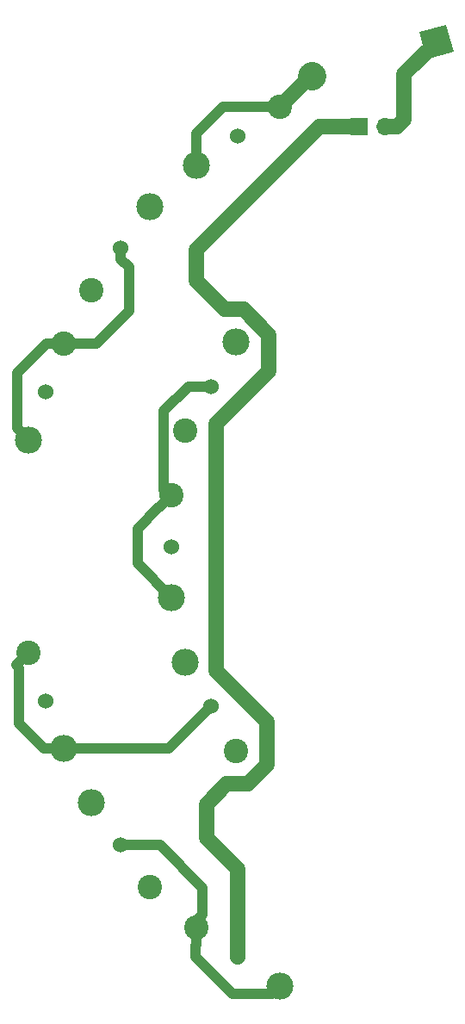
<source format=gbr>
G04 #@! TF.GenerationSoftware,KiCad,Pcbnew,(5.1.5)-3*
G04 #@! TF.CreationDate,2020-06-25T14:03:02-07:00*
G04 #@! TF.ProjectId,LCP_Battery,4c43505f-4261-4747-9465-72792e6b6963,rev?*
G04 #@! TF.SameCoordinates,Original*
G04 #@! TF.FileFunction,Copper,L1,Top*
G04 #@! TF.FilePolarity,Positive*
%FSLAX46Y46*%
G04 Gerber Fmt 4.6, Leading zero omitted, Abs format (unit mm)*
G04 Created by KiCad (PCBNEW (5.1.5)-3) date 2020-06-25 14:03:02*
%MOMM*%
%LPD*%
G04 APERTURE LIST*
%ADD10O,1.700000X1.700000*%
%ADD11R,1.700000X1.700000*%
%ADD12C,2.400000*%
%ADD13C,2.655001*%
%ADD14C,1.524000*%
%ADD15C,2.800000*%
%ADD16C,0.100000*%
%ADD17C,1.524000*%
%ADD18C,1.016000*%
G04 APERTURE END LIST*
D10*
X122105420Y-47912020D03*
D11*
X119565420Y-47912020D03*
D12*
X101133186Y-84169606D03*
D13*
X101133186Y-94199606D03*
D14*
X101133186Y-89199606D03*
D15*
X114908002Y-42893222D02*
X114908002Y-42893222D01*
G04 #@! TA.AperFunction,ComponentPad*
D16*
G36*
X128165209Y-37891577D02*
G01*
X128889903Y-40596169D01*
X126185311Y-41320863D01*
X125460617Y-38616271D01*
X128165209Y-37891577D01*
G37*
G04 #@! TD.AperFunction*
D12*
X103534091Y-126668058D03*
D13*
X111750186Y-132421029D03*
D14*
X107654426Y-129553147D03*
D12*
X99024089Y-122644355D03*
D13*
X93271118Y-114428260D03*
D14*
X96139000Y-118524020D03*
D12*
X87064098Y-99649667D03*
D13*
X90494560Y-109074784D03*
D14*
X88784459Y-104376321D03*
D12*
X107495637Y-109298448D03*
D13*
X102480637Y-100612213D03*
D14*
X104980637Y-104942340D03*
D12*
X102465637Y-77812980D03*
D13*
X107480637Y-69126745D03*
D14*
X104980637Y-73456872D03*
D12*
X90504820Y-69296237D03*
D13*
X87074358Y-78721354D03*
D14*
X88784459Y-74022891D03*
D12*
X93253911Y-63995527D03*
D13*
X99006882Y-55779432D03*
D14*
X96139000Y-59875192D03*
X107654426Y-48846065D03*
D13*
X103558666Y-51713947D03*
D12*
X111774761Y-45960976D03*
D17*
X114842515Y-42893222D02*
X111774761Y-45960976D01*
D18*
X114908002Y-42893222D02*
X114842515Y-42893222D01*
X106195184Y-45960976D02*
X111774761Y-45960976D01*
X103558666Y-51713947D02*
X103558666Y-48597494D01*
X103558666Y-48597494D02*
X106195184Y-45960976D01*
X96139000Y-60952822D02*
X96939100Y-61752922D01*
X96139000Y-59875192D02*
X96139000Y-60952822D01*
X96939100Y-61752922D02*
X96939100Y-66075560D01*
X93718423Y-69296237D02*
X90504820Y-69296237D01*
X96939100Y-66075560D02*
X93718423Y-69296237D01*
X85928200Y-72175801D02*
X85928200Y-77575196D01*
X90504820Y-69296237D02*
X88807764Y-69296237D01*
X85928200Y-77575196D02*
X87074358Y-78721354D01*
X88807764Y-69296237D02*
X85928200Y-72175801D01*
X100848193Y-109074784D02*
X90494560Y-109074784D01*
X104980637Y-104942340D02*
X100848193Y-109074784D01*
X88617192Y-109074784D02*
X86164420Y-106622012D01*
X90494560Y-109074784D02*
X88617192Y-109074784D01*
X86164420Y-106622012D02*
X86164420Y-101163120D01*
X85864099Y-100849666D02*
X87064098Y-99649667D01*
X85864099Y-100862799D02*
X85864099Y-100849666D01*
X86164420Y-101163120D02*
X85864099Y-100862799D01*
X104200960Y-125354080D02*
X103534091Y-126020949D01*
X103534091Y-126020949D02*
X103534091Y-126668058D01*
X104200960Y-122737880D02*
X104200960Y-125354080D01*
X96139000Y-118524020D02*
X99987100Y-118524020D01*
X99987100Y-118524020D02*
X104200960Y-122737880D01*
X110993935Y-133177280D02*
X111750186Y-132421029D01*
X103534091Y-128365114D02*
X103474520Y-128424685D01*
X103534091Y-126668058D02*
X103534091Y-128365114D01*
X107106720Y-133177280D02*
X110993935Y-133177280D01*
X103474520Y-128424685D02*
X103474520Y-129545080D01*
X103474520Y-129545080D02*
X107106720Y-133177280D01*
X101133186Y-84169606D02*
X99933187Y-85369605D01*
X99933187Y-85369605D02*
X99862435Y-85369605D01*
X99862435Y-85369605D02*
X97772220Y-87459820D01*
X97772220Y-87459820D02*
X97772220Y-90838640D01*
X97772220Y-90838640D02*
X101133186Y-94199606D01*
X102765788Y-73456872D02*
X104980637Y-73456872D01*
X100335080Y-75887580D02*
X102765788Y-73456872D01*
X101133186Y-84169606D02*
X100844706Y-84169606D01*
X100844706Y-84169606D02*
X100335080Y-83659980D01*
D17*
X123992640Y-42788840D02*
X127175260Y-39606220D01*
X115641120Y-47912020D02*
X119565420Y-47912020D01*
X103558666Y-63096466D02*
X103558666Y-59994474D01*
X106359960Y-65897760D02*
X103558666Y-63096466D01*
X108196380Y-65897760D02*
X106359960Y-65897760D01*
X110683040Y-68384420D02*
X108196380Y-65897760D01*
X106530140Y-112560100D02*
X108640880Y-112560100D01*
X104559100Y-117835680D02*
X104559100Y-114531140D01*
X103558666Y-59994474D02*
X115641120Y-47912020D01*
X107654426Y-129553147D02*
X107654426Y-120931006D01*
X110512860Y-110688120D02*
X110512860Y-106453940D01*
X108640880Y-112560100D02*
X110512860Y-110688120D01*
X107654426Y-120931006D02*
X104559100Y-117835680D01*
X110512860Y-106453940D02*
X105476040Y-101417120D01*
X105476040Y-77165200D02*
X110683040Y-71958200D01*
X105476040Y-101417120D02*
X105476040Y-77165200D01*
X104559100Y-114531140D02*
X106530140Y-112560100D01*
X110683040Y-71958200D02*
X110683040Y-68384420D01*
X123307501Y-47912020D02*
X123992640Y-47226881D01*
X123992640Y-47226881D02*
X123992640Y-42788840D01*
X122105420Y-47912020D02*
X123307501Y-47912020D01*
D18*
X100335080Y-83659980D02*
X100335080Y-75887580D01*
M02*

</source>
